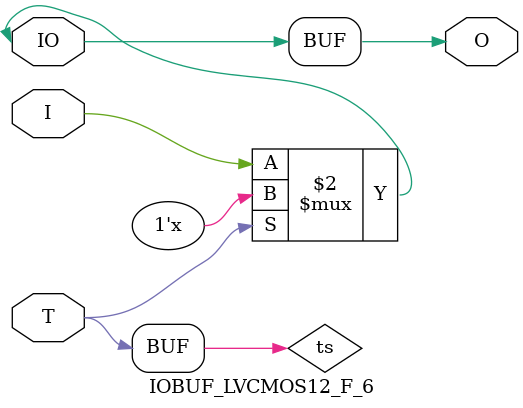
<source format=v>

/*

FUNCTION    : INPUT TRI-STATE OUTPUT BUFFER

*/

`celldefine
`timescale  100 ps / 10 ps

module IOBUF_LVCMOS12_F_6 (O, IO, I, T);

    output O;

    inout  IO;

    input  I, T;

    or O1 (ts, 1'b0, T);
    bufif0 T1 (IO, I, ts);

    buf B1 (O, IO);

endmodule

</source>
